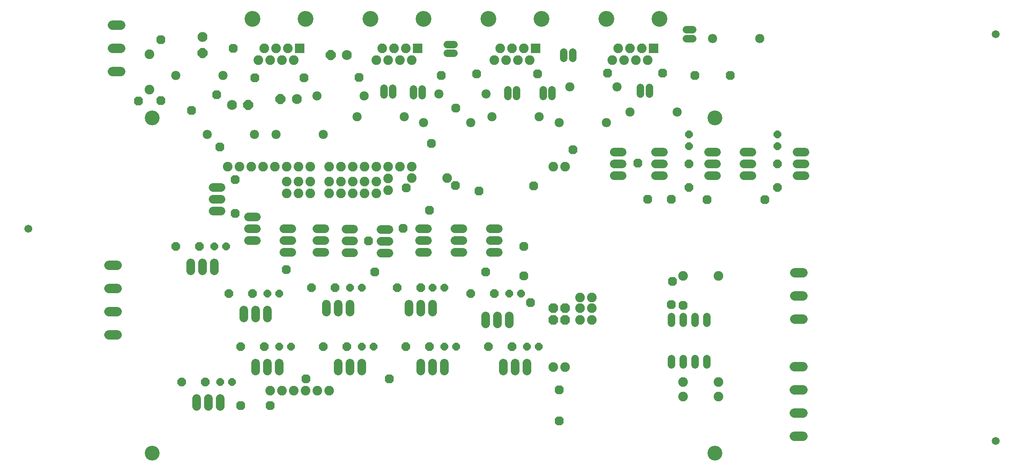
<source format=gbs>
G75*
%MOIN*%
%OFA0B0*%
%FSLAX25Y25*%
%IPPOS*%
%LPD*%
%AMOC8*
5,1,8,0,0,1.08239X$1,22.5*
%
%ADD10C,0.12611*%
%ADD11C,0.06706*%
%ADD12C,0.08200*%
%ADD13R,0.08200X0.08200*%
%ADD14C,0.13398*%
%ADD15OC8,0.08200*%
%ADD16C,0.08400*%
%ADD17OC8,0.08400*%
%ADD18C,0.06400*%
%ADD19OC8,0.07100*%
%ADD20OC8,0.06400*%
%ADD21C,0.07800*%
%ADD22C,0.07200*%
%ADD23C,0.07900*%
%ADD24OC8,0.07556*%
D10*
X0177044Y0133303D03*
X0177044Y0417949D03*
X0653816Y0417949D03*
X0653816Y0133303D03*
D11*
X0891965Y0143933D03*
X0891965Y0488933D03*
X0071965Y0323933D03*
D12*
X0240965Y0376433D03*
X0250965Y0376433D03*
X0260965Y0376433D03*
X0270965Y0376433D03*
X0280965Y0376433D03*
X0290965Y0376433D03*
X0300965Y0376433D03*
X0310965Y0376433D03*
X0310965Y0363933D03*
X0300965Y0363933D03*
X0290965Y0363933D03*
X0290965Y0353933D03*
X0300965Y0353933D03*
X0310965Y0353933D03*
X0326965Y0353933D03*
X0336965Y0353933D03*
X0346965Y0353933D03*
X0356965Y0353933D03*
X0366965Y0353933D03*
X0376965Y0356433D03*
X0376965Y0366433D03*
X0366965Y0363933D03*
X0356965Y0363933D03*
X0346965Y0363933D03*
X0336965Y0363933D03*
X0326965Y0363933D03*
X0326965Y0376433D03*
X0336965Y0376433D03*
X0346965Y0376433D03*
X0356965Y0376433D03*
X0366965Y0376433D03*
X0376965Y0376433D03*
X0386965Y0376433D03*
X0396965Y0376433D03*
X0396965Y0366728D03*
X0426965Y0366728D03*
X0516965Y0376433D03*
X0526965Y0376433D03*
X0496965Y0466728D03*
X0486965Y0466728D03*
X0476965Y0466728D03*
X0466965Y0466728D03*
X0471965Y0476728D03*
X0481965Y0476728D03*
X0491965Y0476728D03*
X0566965Y0466728D03*
X0576965Y0466728D03*
X0586965Y0466728D03*
X0596965Y0466728D03*
X0591965Y0476728D03*
X0581965Y0476728D03*
X0571965Y0476728D03*
X0396965Y0466728D03*
X0386965Y0466728D03*
X0376965Y0466728D03*
X0366965Y0466728D03*
X0371965Y0476728D03*
X0381965Y0476728D03*
X0391965Y0476728D03*
X0296965Y0466728D03*
X0286965Y0466728D03*
X0276965Y0466728D03*
X0266965Y0466728D03*
X0271965Y0476728D03*
X0281965Y0476728D03*
X0291965Y0476728D03*
X0174465Y0471728D03*
X0174465Y0441728D03*
X0516965Y0206433D03*
X0526965Y0206433D03*
X0539465Y0246433D03*
X0539465Y0256433D03*
X0549465Y0256433D03*
X0549465Y0246433D03*
X0549465Y0265433D03*
X0539465Y0265433D03*
X0626965Y0283933D03*
X0656965Y0283933D03*
X0656965Y0193933D03*
X0656965Y0181433D03*
X0626965Y0181433D03*
X0626965Y0193933D03*
X0326965Y0186433D03*
X0316965Y0186433D03*
X0306965Y0186433D03*
X0296965Y0186433D03*
X0286965Y0186433D03*
X0276965Y0186433D03*
D13*
X0301965Y0476728D03*
X0401965Y0476728D03*
X0501965Y0476728D03*
X0601965Y0476728D03*
D14*
X0606965Y0501728D03*
X0561965Y0501728D03*
X0506965Y0501728D03*
X0461965Y0501728D03*
X0406965Y0501728D03*
X0361965Y0501728D03*
X0306965Y0501728D03*
X0261965Y0501728D03*
D15*
X0516965Y0256433D03*
X0516965Y0246433D03*
X0526965Y0246433D03*
X0526965Y0256433D03*
D16*
X0299465Y0433933D03*
X0244465Y0428933D03*
X0219760Y0486433D03*
X0341965Y0471138D03*
D17*
X0328215Y0471138D03*
X0285715Y0433933D03*
X0258215Y0428933D03*
X0219760Y0472683D03*
D18*
X0373215Y0443083D02*
X0373215Y0437483D01*
X0380715Y0437483D02*
X0380715Y0443083D01*
X0398215Y0442408D02*
X0398215Y0436808D01*
X0405715Y0436808D02*
X0405715Y0442408D01*
X0426960Y0472683D02*
X0432560Y0472683D01*
X0432560Y0480183D02*
X0426960Y0480183D01*
X0478215Y0441733D02*
X0478215Y0436133D01*
X0485715Y0436133D02*
X0485715Y0441733D01*
X0508215Y0441733D02*
X0508215Y0436133D01*
X0515715Y0436133D02*
X0515715Y0441733D01*
X0525715Y0468338D02*
X0525715Y0473938D01*
X0533215Y0473938D02*
X0533215Y0468338D01*
X0590715Y0443838D02*
X0590715Y0438238D01*
X0598215Y0438238D02*
X0598215Y0443838D01*
X0629460Y0485183D02*
X0635060Y0485183D01*
X0635060Y0492683D02*
X0629460Y0492683D01*
X0626965Y0249533D02*
X0626965Y0243933D01*
X0616965Y0243933D02*
X0616965Y0249533D01*
X0636965Y0249533D02*
X0636965Y0243933D01*
X0646965Y0243933D02*
X0646965Y0249533D01*
X0646965Y0213933D02*
X0646965Y0208333D01*
X0636965Y0208333D02*
X0636965Y0213933D01*
X0626965Y0213933D02*
X0626965Y0208333D01*
X0616965Y0208333D02*
X0616965Y0213933D01*
D19*
X0481965Y0223933D03*
X0461965Y0223933D03*
X0411965Y0223933D03*
X0391965Y0223933D03*
X0341965Y0223933D03*
X0321965Y0223933D03*
X0271965Y0223933D03*
X0251965Y0223933D03*
X0221965Y0193933D03*
X0201965Y0193933D03*
X0241965Y0268933D03*
X0261965Y0268933D03*
X0311965Y0273933D03*
X0331965Y0273933D03*
X0384465Y0273933D03*
X0404465Y0273933D03*
X0446965Y0268933D03*
X0466965Y0268933D03*
X0631965Y0358933D03*
X0631965Y0378933D03*
X0706965Y0378933D03*
X0706965Y0358933D03*
X0216965Y0308933D03*
X0196965Y0308933D03*
D20*
X0229465Y0308933D03*
X0239465Y0308933D03*
X0274465Y0268933D03*
X0284465Y0268933D03*
X0344465Y0273933D03*
X0354465Y0273933D03*
X0414465Y0273933D03*
X0424465Y0273933D03*
X0479465Y0268933D03*
X0489465Y0268933D03*
X0494465Y0223933D03*
X0504465Y0223933D03*
X0434465Y0223933D03*
X0424465Y0223933D03*
X0364465Y0223933D03*
X0354465Y0223933D03*
X0294465Y0223933D03*
X0284465Y0223933D03*
X0244465Y0193933D03*
X0234465Y0193933D03*
X0631965Y0393933D03*
X0631965Y0403933D03*
X0706965Y0403933D03*
X0706965Y0393933D03*
D21*
X0621815Y0422863D03*
X0581815Y0422863D03*
X0561965Y0413933D03*
X0521965Y0413933D03*
X0504940Y0418933D03*
X0530815Y0444138D03*
X0570815Y0444138D03*
X0651965Y0485183D03*
X0691965Y0485183D03*
X0464940Y0418933D03*
X0446965Y0413933D03*
X0460090Y0438208D03*
X0420090Y0438208D03*
X0406965Y0413933D03*
X0390565Y0418633D03*
X0356670Y0436433D03*
X0350565Y0418633D03*
X0321965Y0403933D03*
X0281965Y0403933D03*
X0263665Y0403908D03*
X0223665Y0403908D03*
X0236965Y0453933D03*
X0196965Y0453933D03*
X0316670Y0436433D03*
D22*
X0235165Y0358933D02*
X0228765Y0358933D01*
X0228765Y0348933D02*
X0235165Y0348933D01*
X0235165Y0338933D02*
X0228765Y0338933D01*
X0258765Y0333933D02*
X0265165Y0333933D01*
X0265165Y0323933D02*
X0258765Y0323933D01*
X0258765Y0313933D02*
X0265165Y0313933D01*
X0288765Y0313933D02*
X0295165Y0313933D01*
X0295165Y0323933D02*
X0288765Y0323933D01*
X0288765Y0303933D02*
X0295165Y0303933D01*
X0316740Y0303933D02*
X0323140Y0303933D01*
X0323140Y0313933D02*
X0316740Y0313933D01*
X0316740Y0323933D02*
X0323140Y0323933D01*
X0341165Y0323333D02*
X0347565Y0323333D01*
X0347565Y0313333D02*
X0341165Y0313333D01*
X0341165Y0303333D02*
X0347565Y0303333D01*
X0371065Y0303258D02*
X0377465Y0303258D01*
X0377465Y0313258D02*
X0371065Y0313258D01*
X0371065Y0323258D02*
X0377465Y0323258D01*
X0403765Y0323933D02*
X0410165Y0323933D01*
X0410165Y0313933D02*
X0403765Y0313933D01*
X0403765Y0303933D02*
X0410165Y0303933D01*
X0433765Y0303933D02*
X0440165Y0303933D01*
X0440165Y0313933D02*
X0433765Y0313933D01*
X0433765Y0323933D02*
X0440165Y0323933D01*
X0463765Y0323933D02*
X0470165Y0323933D01*
X0470165Y0313933D02*
X0463765Y0313933D01*
X0463765Y0303933D02*
X0470165Y0303933D01*
X0414465Y0259633D02*
X0414465Y0253233D01*
X0404465Y0253233D02*
X0404465Y0259633D01*
X0394465Y0259633D02*
X0394465Y0253233D01*
X0344465Y0253233D02*
X0344465Y0259633D01*
X0334465Y0259633D02*
X0334465Y0253233D01*
X0324465Y0253233D02*
X0324465Y0259633D01*
X0274465Y0254633D02*
X0274465Y0248233D01*
X0264465Y0248233D02*
X0264465Y0254633D01*
X0254465Y0254633D02*
X0254465Y0248233D01*
X0264465Y0209633D02*
X0264465Y0203233D01*
X0274465Y0203233D02*
X0274465Y0209633D01*
X0284465Y0209633D02*
X0284465Y0203233D01*
X0334465Y0203233D02*
X0334465Y0209633D01*
X0344465Y0209633D02*
X0344465Y0203233D01*
X0354465Y0203233D02*
X0354465Y0209633D01*
X0404465Y0209633D02*
X0404465Y0203233D01*
X0414465Y0203233D02*
X0414465Y0209633D01*
X0424465Y0209633D02*
X0424465Y0203233D01*
X0474465Y0203233D02*
X0474465Y0209633D01*
X0484465Y0209633D02*
X0484465Y0203233D01*
X0494465Y0203233D02*
X0494465Y0209633D01*
X0479465Y0243233D02*
X0479465Y0249633D01*
X0469465Y0249633D02*
X0469465Y0243233D01*
X0459465Y0243233D02*
X0459465Y0249633D01*
X0568765Y0368933D02*
X0575165Y0368933D01*
X0575165Y0378933D02*
X0568765Y0378933D01*
X0568765Y0388933D02*
X0575165Y0388933D01*
X0603765Y0388933D02*
X0610165Y0388933D01*
X0610165Y0378933D02*
X0603765Y0378933D01*
X0603765Y0368933D02*
X0610165Y0368933D01*
X0648765Y0368933D02*
X0655165Y0368933D01*
X0655165Y0378933D02*
X0648765Y0378933D01*
X0648765Y0388933D02*
X0655165Y0388933D01*
X0678765Y0388933D02*
X0685165Y0388933D01*
X0685165Y0378933D02*
X0678765Y0378933D01*
X0678765Y0368933D02*
X0685165Y0368933D01*
X0723765Y0368933D02*
X0730165Y0368933D01*
X0730165Y0378933D02*
X0723765Y0378933D01*
X0723765Y0388933D02*
X0730165Y0388933D01*
X0234465Y0179633D02*
X0234465Y0173233D01*
X0224465Y0173233D02*
X0224465Y0179633D01*
X0214465Y0179633D02*
X0214465Y0173233D01*
X0209465Y0288233D02*
X0209465Y0294633D01*
X0219465Y0294633D02*
X0219465Y0288233D01*
X0229465Y0288233D02*
X0229465Y0294633D01*
D23*
X0147436Y0292691D02*
X0140336Y0292691D01*
X0140336Y0273006D02*
X0147436Y0273006D01*
X0147436Y0253321D02*
X0140336Y0253321D01*
X0140336Y0233636D02*
X0147436Y0233636D01*
X0150436Y0457043D02*
X0143336Y0457043D01*
X0143336Y0476728D02*
X0150436Y0476728D01*
X0150436Y0496413D02*
X0143336Y0496413D01*
X0721486Y0286413D02*
X0728586Y0286413D01*
X0728586Y0266728D02*
X0721486Y0266728D01*
X0721486Y0247043D02*
X0728586Y0247043D01*
X0728507Y0206886D02*
X0721407Y0206886D01*
X0721407Y0187201D02*
X0728507Y0187201D01*
X0728507Y0167516D02*
X0721407Y0167516D01*
X0721407Y0147831D02*
X0728507Y0147831D01*
D24*
X0626965Y0258933D03*
X0616940Y0259333D03*
X0618065Y0279133D03*
X0616965Y0348933D03*
X0596965Y0348933D03*
X0588590Y0379483D03*
X0533465Y0390733D03*
X0500165Y0360133D03*
X0454040Y0355858D03*
X0434015Y0360583D03*
X0411965Y0339433D03*
X0389465Y0324133D03*
X0360440Y0313333D03*
X0365515Y0287283D03*
X0290465Y0289033D03*
X0247265Y0336733D03*
X0247265Y0365533D03*
X0234440Y0392983D03*
X0210365Y0424033D03*
X0231515Y0437533D03*
X0263915Y0451708D03*
X0245690Y0476683D03*
X0305765Y0451708D03*
X0352340Y0452108D03*
X0421965Y0453933D03*
X0451965Y0455283D03*
X0434240Y0426058D03*
X0413765Y0396133D03*
X0392165Y0358333D03*
X0491965Y0308933D03*
X0491965Y0283933D03*
X0459665Y0287008D03*
X0497690Y0261133D03*
X0521865Y0187108D03*
X0521865Y0160783D03*
X0377990Y0196558D03*
X0307115Y0196558D03*
X0276965Y0173933D03*
X0251965Y0173933D03*
X0184265Y0432308D03*
X0165365Y0432133D03*
X0184265Y0484108D03*
X0503590Y0455283D03*
X0562940Y0455758D03*
X0609515Y0455758D03*
X0636965Y0453933D03*
X0666965Y0453933D03*
X0647165Y0348333D03*
X0696365Y0348333D03*
M02*

</source>
